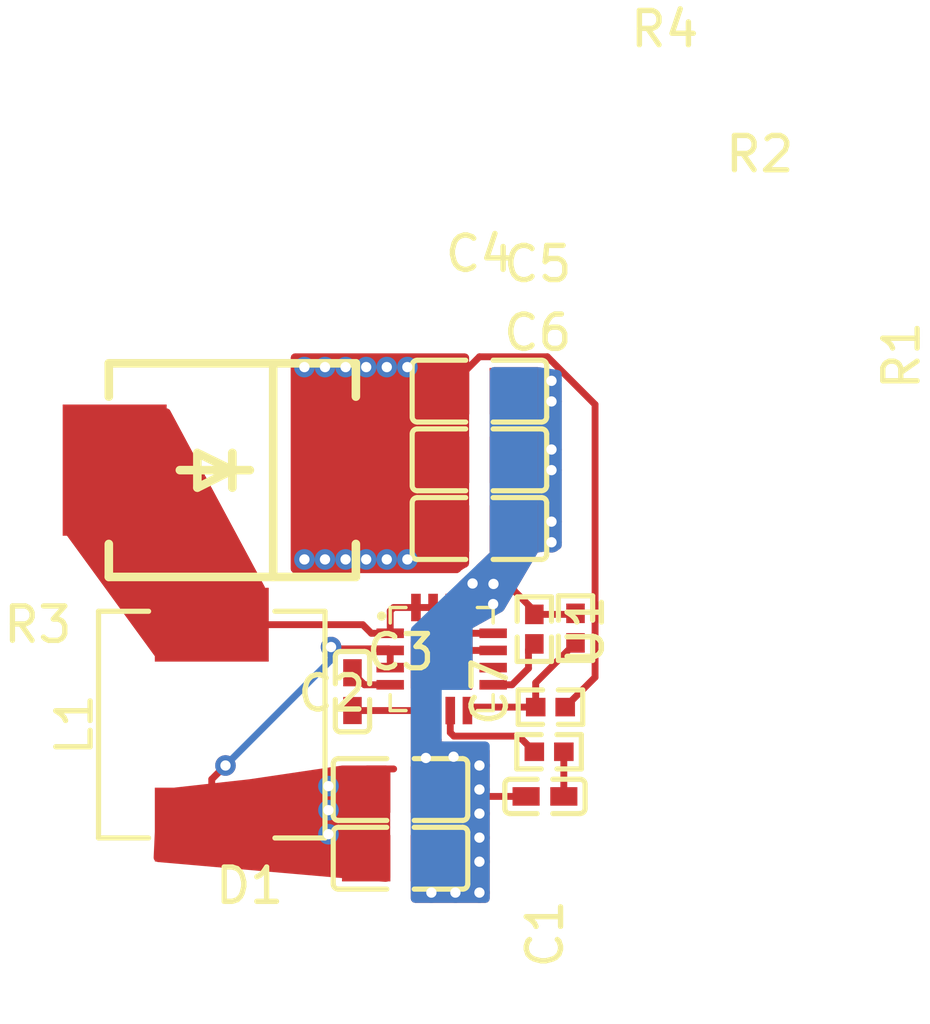
<source format=kicad_pcb>
(kicad_pcb (version 20240108) (generator "pcbnew") (generator_version "8.0")
  (layers (0 "F.Cu" signal) (31 "B.Cu" signal) (34 "B.Paste" user) (35 "F.Paste" user) (36 "B.SilkS" user "B.Silkscreen") (37 "F.SilkS" user "F.Silkscreen") (38 "B.Mask" user) (39 "F.Mask" user) (44 "Edge.Cuts" user))
  (net 0 "")
  (net 1 "ic.footprint.pins[1].net-net")
  (net 2 "FB")
  (net 3 "ic.footprint.pins[5].net-net")
  (net 4 "hv-1")
  (net 5 "hv")
  (net 6 "net")
  (net 7 "SS")
  (net 8 "FREQ")
  (net 9 "COMP")
  (net 10 "switching_node")
  (net 11 "gnd")
  (footprint "atopile:R0402-56259e" (layer "F.Cu") (at 106.27 55.2 180)
    (property "Reference" "R2" (at -6.1 16.1 360) (layer "F.SilkS"))
    (property "Value" "180kΩ ±1% 62.5mW")
    (fp_line (start 0.94 0.5) (end 0.94 -0.5) (stroke (width 0.15)) (layer "F.SilkS"))
    (fp_line (start 0.94 -0.5) (end 0.23 -0.5) (stroke (width 0.15)) (layer "F.SilkS"))
    (fp_line (start 0.23 0.5) (end 0.94 0.5) (stroke (width 0.15)) (layer "F.SilkS"))
    (fp_line (start -0.23 0.5) (end -0.94 0.5) (stroke (width 0.15)) (layer "F.SilkS"))
    (fp_line (start -0.94 0.5) (end -0.94 -0.5) (stroke (width 0.15)) (layer "F.SilkS"))
    (fp_line (start -0.94 -0.5) (end -0.23 -0.5) (stroke (width 0.15)) (layer "F.SilkS"))
    (fp_text user "${REFERENCE}" (at -6.1 16.1 360) (layer "F.SilkS"))
    (pad "1" smd rect (at -0.43 0 180) (size 0.57 0.54) (layers "F.Cu" "F.Paste" "F.Mask") (net 5 "hv"))
    (pad "2" smd rect (at 0.43 0 180) (size 0.57 0.54) (layers "F.Cu" "F.Paste" "F.Mask") (net 2 "FB"))
  )
  (footprint "atopile:R0402-56259e" (layer "F.Cu") (at 107 52.9 90)
    (property "Reference" "R1" (at 7.94 9.5 90) (layer "F.SilkS"))
    (property "Value" "10kΩ ±1% 62.5mW")
    (fp_line (start 0.94 -0.5) (end 0.23 -0.5) (stroke (width 0.15)) (layer "F.SilkS"))
    (fp_line (start -0.94 -0.5) (end -0.23 -0.5) (stroke (width 0.15)) (layer "F.SilkS"))
    (fp_line (start 0.94 0.5) (end 0.94 -0.5) (stroke (width 0.15)) (layer "F.SilkS"))
    (fp_line (start 0.23 0.5) (end 0.94 0.5) (stroke (width 0.15)) (layer "F.SilkS"))
    (fp_line (start -0.23 0.5) (end -0.94 0.5) (stroke (width 0.15)) (layer "F.SilkS"))
    (fp_line (start -0.94 0.5) (end -0.94 -0.5) (stroke (width 0.15)) (layer "F.SilkS"))
    (fp_text user "${REFERENCE}" (at 7.94 9.5 90) (layer "F.SilkS"))
    (pad "1" smd rect (at -0.43 0 90) (size 0.57 0.54) (layers "F.Cu" "F.Paste" "F.Mask") (net 2 "FB"))
    (pad "2" smd rect (at 0.43 0 90) (size 0.57 0.54) (layers "F.Cu" "F.Paste" "F.Mask") (net 11 "gnd"))
  )
  (footprint "atopile:C0805-3b2e55" (layer "F.Cu") (at 101.9 59.6)
    (property "Reference" "C2" (at -2 -4.8 0) (layer "F.SilkS"))
    (property "Value" "10µF ±10% 25V X5R")
    (fp_line (start -1.96 0.75) (end -1.96 -0.75) (stroke (width 0.15)) (layer "F.SilkS"))
    (fp_line (start -1.81 -0.9) (end -0.4 -0.9) (stroke (width 0.15)) (layer "F.SilkS"))
    (fp_line (start -0.4 0.9) (end -1.81 0.9) (stroke (width 0.15)) (layer "F.SilkS"))
    (fp_line (start 0.4 0.9) (end 1.81 0.9) (stroke (width 0.15)) (layer "F.SilkS"))
    (fp_line (start 1.81 -0.9) (end 0.4 -0.9) (stroke (width 0.15)) (layer "F.SilkS"))
    (fp_line (start 1.96 0.75) (end 1.96 -0.75) (stroke (width 0.15)) (layer "F.SilkS"))
    (fp_arc (start -1.96 -0.75) (mid -1.916066 -0.856066) (end -1.81 -0.9) (stroke (width 0.15)) (layer "F.SilkS"))
    (fp_arc (start -1.81 0.9) (mid -1.916066 0.856066) (end -1.96 0.75) (stroke (width 0.15)) (layer "F.SilkS"))
    (fp_arc (start 1.81 -0.9) (mid 1.916066 -0.856066) (end 1.96 -0.75) (stroke (width 0.15)) (layer "F.SilkS"))
    (fp_arc (start 1.96 0.75) (mid 1.916066 0.856066) (end 1.81 0.9) (stroke (width 0.15)) (layer "F.SilkS"))
    (fp_text user "${REFERENCE}" (at -2 -4.8 0) (layer "F.SilkS"))
    (pad "1" smd rect (at -1 0) (size 1.41 1.35) (layers "F.Cu" "F.Paste" "F.Mask") (net 4 "hv-1"))
    (pad "2" smd rect (at 1 0) (size 1.41 1.35) (layers "F.Cu" "F.Paste" "F.Mask") (net 11 "gnd"))
  )
  (footprint "atopile:C0805-3b2e55" (layer "F.Cu") (at 101.9 57.6)
    (property "Reference" "C3" (at 0 -4 0) (layer "F.SilkS"))
    (property "Value" "10µF ±10% 25V X5R")
    (fp_line (start -1.96 0.75) (end -1.96 -0.75) (stroke (width 0.15)) (layer "F.SilkS"))
    (fp_line (start -1.81 -0.9) (end -0.4 -0.9) (stroke (width 0.15)) (layer "F.SilkS"))
    (fp_line (start -0.4 0.9) (end -1.81 0.9) (stroke (width 0.15)) (layer "F.SilkS"))
    (fp_line (start 0.4 0.9) (end 1.81 0.9) (stroke (width 0.15)) (layer "F.SilkS"))
    (fp_line (start 1.81 -0.9) (end 0.4 -0.9) (stroke (width 0.15)) (layer "F.SilkS"))
    (fp_line (start 1.96 0.75) (end 1.96 -0.75) (stroke (width 0.15)) (layer "F.SilkS"))
    (fp_arc (start -1.96 -0.75) (mid -1.916066 -0.856066) (end -1.81 -0.9) (stroke (width 0.15)) (layer "F.SilkS"))
    (fp_arc (start -1.81 0.9) (mid -1.916066 0.856066) (end -1.96 0.75) (stroke (width 0.15)) (layer "F.SilkS"))
    (fp_arc (start 1.81 -0.9) (mid 1.916066 -0.856066) (end 1.96 -0.75) (stroke (width 0.15)) (layer "F.SilkS"))
    (fp_arc (start 1.96 0.75) (mid 1.916066 0.856066) (end 1.81 0.9) (stroke (width 0.15)) (layer "F.SilkS"))
    (fp_text user "${REFERENCE}" (at 0 -4 0) (layer "F.SilkS"))
    (pad "1" smd rect (at -1 0) (size 1.41 1.35) (layers "F.Cu" "F.Paste" "F.Mask") (net 4 "hv-1"))
    (pad "2" smd rect (at 1 0) (size 1.41 1.35) (layers "F.Cu" "F.Paste" "F.Mask") (net 11 "gnd"))
  )
  (footprint "atopile:C0805-3b2e55" (layer "F.Cu") (at 104.2 50)
    (property "Reference" "C6" (at 1.7 -5.7 0) (layer "F.SilkS"))
    (property "Value" "10µF ±10% 25V X5R")
    (fp_line (start -1.96 0.75) (end -1.96 -0.75) (stroke (width 0.15)) (layer "F.SilkS"))
    (fp_line (start -1.81 -0.9) (end -0.4 -0.9) (stroke (width 0.15)) (layer "F.SilkS"))
    (fp_line (start -0.4 0.9) (end -1.81 0.9) (stroke (width 0.15)) (layer "F.SilkS"))
    (fp_line (start 0.4 0.9) (end 1.81 0.9) (stroke (width 0.15)) (layer "F.SilkS"))
    (fp_line (start 1.81 -0.9) (end 0.4 -0.9) (stroke (width 0.15)) (layer "F.SilkS"))
    (fp_line (start 1.96 0.75) (end 1.96 -0.75) (stroke (width 0.15)) (layer "F.SilkS"))
    (fp_arc (start -1.96 -0.75) (mid -1.916066 -0.856066) (end -1.81 -0.9) (stroke (width 0.15)) (layer "F.SilkS"))
    (fp_arc (start -1.81 0.9) (mid -1.916066 0.856066) (end -1.96 0.75) (stroke (width 0.15)) (layer "F.SilkS"))
    (fp_arc (start 1.81 -0.9) (mid 1.916066 -0.856066) (end 1.96 -0.75) (stroke (width 0.15)) (layer "F.SilkS"))
    (fp_arc (start 1.96 0.75) (mid 1.916066 0.856066) (end 1.81 0.9) (stroke (width 0.15)) (layer "F.SilkS"))
    (fp_text user "${REFERENCE}" (at 1.7 -5.7 0) (layer "F.SilkS"))
    (pad "1" smd rect (at -1 0) (size 1.41 1.35) (layers "F.Cu" "F.Paste" "F.Mask") (net 5 "hv"))
    (pad "2" smd rect (at 1 0) (size 1.41 1.35) (layers "F.Cu" "F.Paste" "F.Mask") (net 11 "gnd"))
  )
  (footprint "atopile:C0402-b3ef17" (layer "F.Cu") (at 106.11 57.8 180)
    (property "Reference" "C1" (at 0 -4 90) (layer "F.SilkS"))
    (property "Value" "6.8nF ±10% 50V X7R")
    (fp_line (start 1.17 0.35) (end 1.17 -0.35) (stroke (width 0.15)) (layer "F.SilkS"))
    (fp_line (start 1.02 -0.5) (end 0.23 -0.5) (stroke (width 0.15)) (layer "F.SilkS"))
    (fp_line (start 0.23 0.5) (end 1.02 0.5) (stroke (width 0.15)) (layer "F.SilkS"))
    (fp_line (start -0.23 0.5) (end -1.02 0.5) (stroke (width 0.15)) (layer "F.SilkS"))
    (fp_line (start -1.02 -0.5) (end -0.23 -0.5) (stroke (width 0.15)) (layer "F.SilkS"))
    (fp_line (start -1.17 0.35) (end -1.17 -0.35) (stroke (width 0.15)) (layer "F.SilkS"))
    (fp_arc (start 1.17 0.35) (mid 1.126066 0.456066) (end 1.02 0.5) (stroke (width 0.15)) (layer "F.SilkS"))
    (fp_arc (start 1.02 -0.5) (mid 1.126066 -0.456066) (end 1.17 -0.35) (stroke (width 0.15)) (layer "F.SilkS"))
    (fp_arc (start -1.02 0.5) (mid -1.126066 0.456066) (end -1.17 0.35) (stroke (width 0.15)) (layer "F.SilkS"))
    (fp_arc (start -1.17 -0.35) (mid -1.126066 -0.456066) (end -1.02 -0.5) (stroke (width 0.15)) (layer "F.SilkS"))
    (fp_text user "${REFERENCE}" (at 0 -4 90) (layer "F.SilkS"))
    (pad "1" smd rect (at -0.55 0 180) (size 0.79 0.54) (layers "F.Cu" "F.Paste" "F.Mask") (net 6 "net"))
    (pad "2" smd rect (at 0.55 0 180) (size 0.79 0.54) (layers "F.Cu" "F.Paste" "F.Mask") (net 11 "gnd"))
  )
  (footprint "atopile:C0805-3b2e55" (layer "F.Cu") (at 104.2 46)
    (property "Reference" "C4" (at 0 -4 0) (layer "F.SilkS"))
    (property "Value" "10µF ±10% 25V X5R")
    (fp_line (start -1.96 0.75) (end -1.96 -0.75) (stroke (width 0.15)) (layer "F.SilkS"))
    (fp_line (start -1.81 -0.9) (end -0.4 -0.9) (stroke (width 0.15)) (layer "F.SilkS"))
    (fp_line (start -0.4 0.9) (end -1.81 0.9) (stroke (width 0.15)) (layer "F.SilkS"))
    (fp_line (start 0.4 0.9) (end 1.81 0.9) (stroke (width 0.15)) (layer "F.SilkS"))
    (fp_line (start 1.81 -0.9) (end 0.4 -0.9) (stroke (width 0.15)) (layer "F.SilkS"))
    (fp_line (start 1.96 0.75) (end 1.96 -0.75) (stroke (width 0.15)) (layer "F.SilkS"))
    (fp_arc (start -1.96 -0.75) (mid -1.916066 -0.856066) (end -1.81 -0.9) (stroke (width 0.15)) (layer "F.SilkS"))
    (fp_arc (start -1.81 0.9) (mid -1.916066 0.856066) (end -1.96 0.75) (stroke (width 0.15)) (layer "F.SilkS"))
    (fp_arc (start 1.81 -0.9) (mid 1.916066 -0.856066) (end 1.96 -0.75) (stroke (width 0.15)) (layer "F.SilkS"))
    (fp_arc (start 1.96 0.75) (mid 1.916066 0.856066) (end 1.81 0.9) (stroke (width 0.15)) (layer "F.SilkS"))
    (fp_text user "${REFERENCE}" (at 0 -4 0) (layer "F.SilkS"))
    (pad "1" smd rect (at -1 0) (size 1.41 1.35) (layers "F.Cu" "F.Paste" "F.Mask") (net 5 "hv"))
    (pad "2" smd rect (at 1 0) (size 1.41 1.35) (layers "F.Cu" "F.Paste" "F.Mask") (net 11 "gnd"))
  )
  (footprint "atopile:C0402-b3ef17" (layer "F.Cu") (at 100.5 54.75 -90)
    (property "Reference" "C7" (at 0 -4 90) (layer "F.SilkS"))
    (property "Value" "4.7µF ±20% 6.3V X5R")
    (fp_line (start -0.23 0.5) (end -1.02 0.5) (stroke (width 0.15)) (layer "F.SilkS"))
    (fp_line (start 0.23 0.5) (end 1.02 0.5) (stroke (width 0.15)) (layer "F.SilkS"))
    (fp_line (start -1.17 0.35) (end -1.17 -0.35) (stroke (width 0.15)) (layer "F.SilkS"))
    (fp_line (start 1.17 0.35) (end 1.17 -0.35) (stroke (width 0.15)) (layer "F.SilkS"))
    (fp_line (start -1.02 -0.5) (end -0.23 -0.5) (stroke (width 0.15)) (layer "F.SilkS"))
    (fp_line (start 1.02 -0.5) (end 0.23 -0.5) (stroke (width 0.15)) (layer "F.SilkS"))
    (fp_arc (start -1.02 0.5) (mid -1.126066 0.456066) (end -1.17 0.35) (stroke (width 0.15)) (layer "F.SilkS"))
    (fp_arc (start 1.17 0.35) (mid 1.126066 0.456066) (end 1.02 0.5) (stroke (width 0.15)) (layer "F.SilkS"))
    (fp_arc (start -1.17 -0.35) (mid -1.126066 -0.456066) (end -1.02 -0.5) (stroke (width 0.15)) (layer "F.SilkS"))
    (fp_arc (start 1.02 -0.5) (mid 1.126066 -0.456066) (end 1.17 -0.35) (stroke (width 0.15)) (layer "F.SilkS"))
    (fp_text user "${REFERENCE}" (at 0 -4 90) (layer "F.SilkS"))
    (pad "1" smd rect (at -0.55 0 270) (size 0.79 0.54) (layers "F.Cu" "F.Paste" "F.Mask") (net 7 "SS"))
    (pad "2" smd rect (at 0.55 0 270) (size 0.79 0.54) (layers "F.Cu" "F.Paste" "F.Mask") (net 11 "gnd"))
  )
  (footprint "atopile:R0402-56259e" (layer "F.Cu") (at 105.8 52.93 90)
    (property "Reference" "R4" (at 17.47 3.8 0) (layer "F.SilkS"))
    (property "Value" "75kΩ ±1% 62.5mW")
    (fp_line (start 0.94 -0.5) (end 0.23 -0.5) (stroke (width 0.15)) (layer "F.SilkS"))
    (fp_line (start -0.94 -0.5) (end -0.23 -0.5) (stroke (width 0.15)) (layer "F.SilkS"))
    (fp_line (start 0.94 0.5) (end 0.94 -0.5) (stroke (width 0.15)) (layer "F.SilkS"))
    (fp_line (start 0.23 0.5) (end 0.94 0.5) (stroke (width 0.15)) (layer "F.SilkS"))
    (fp_line (start -0.23 0.5) (end -0.94 0.5) (stroke (width 0.15)) (layer "F.SilkS"))
    (fp_line (start -0.94 0.5) (end -0.94 -0.5) (stroke (width 0.15)) (layer "F.SilkS"))
    (fp_text user "${REFERENCE}" (at 17.47 3.8 0) (layer "F.SilkS"))
    (pad "1" smd rect (at -0.43 0 90) (size 0.57 0.54) (layers "F.Cu" "F.Paste" "F.Mask") (net 8 "FREQ"))
    (pad "2" smd rect (at 0.43 0 90) (size 0.57 0.54) (layers "F.Cu" "F.Paste" "F.Mask") (net 11 "gnd"))
  )
  (footprint "atopile:VQFN-16_L3.0-W3.0-P0.50-BL-EP1.7-62c35a" (layer "F.Cu") (at 103.1 53.8 -90)
    (property "Reference" "U1" (at -0.84 -4.2 90) (layer "F.SilkS"))
    (property "Value" "")
    (fp_line (start -1.5 1.5) (end -1.05 1.5) (stroke (width 0.1)) (layer "F.SilkS"))
    (fp_line (start 1.04 1.5) (end 1.5 1.5) (stroke (width 0.1)) (layer "F.SilkS"))
    (fp_line (start 1.5 1.5) (end 1.5 1.04) (stroke (width 0.1)) (layer "F.SilkS"))
    (fp_line (start -1.5 1.04) (end -1.5 1.5) (stroke (width 0.1)) (layer "F.SilkS"))
    (fp_line (start 1.5 -1.04) (end 1.5 -1.5) (stroke (width 0.1)) (layer "F.SilkS"))
    (fp_line (start -1.5 -1.5) (end -1.5 -1.04) (stroke (width 0.1)) (layer "F.SilkS"))
    (fp_line (start -1.5 -1.5) (end -1.05 -1.5) (stroke (width 0.1)) (layer "F.SilkS"))
    (fp_line (start 1.04 -1.5) (end 1.5 -1.5) (stroke (width 0.1)) (layer "F.SilkS"))
    (fp_arc (start -1.25 1.74) (mid -1.245 1.75866) (end -1.25866 1.745) (stroke (width 0.25)) (layer "F.SilkS"))
    (fp_text user "${REFERENCE}" (at -0.84 -4.2 90) (layer "F.SilkS"))
    (pad "1" smd rect (at -0.75 1.5 270) (size 0.28 0.8) (layers "F.Cu" "F.Paste" "F.Mask") (net 10 "switching_node"))
    (pad "2" smd rect (at -0.25 1.5 270) (size 0.28 0.8) (layers "F.Cu" "F.Paste" "F.Mask") (net 4 "hv-1"))
    (pad "3" smd rect (at 0.25 1.5 270) (size 0.28 0.8) (layers "F.Cu" "F.Paste" "F.Mask") (net 4 "hv-1"))
    (pad "4" smd rect (at 0.75 1.5 270) (size 0.28 0.8) (layers "F.Cu" "F.Paste" "F.Mask") (net 7 "SS"))
    (pad "5" smd rect (at 1.5 0.75 270) (size 0.8 0.28) (layers "F.Cu" "F.Paste" "F.Mask") (net 11 "gnd"))
    (pad "6" smd rect (at 1.5 0.25 270) (size 0.8 0.28) (layers "F.Cu" "F.Paste" "F.Mask") (net 11 "gnd"))
    (pad "7" smd rect (at 1.5 -0.25 270) (size 0.8 0.28) (layers "F.Cu" "F.Paste" "F.Mask") (net 9 "COMP"))
    (pad "8" smd rect (at 1.5 -0.75 270) (size 0.8 0.28) (layers "F.Cu" "F.Paste" "F.Mask") (net 2 "FB"))
    (pad "9" smd rect (at 0.75 -1.5 270) (size 0.28 0.8) (layers "F.Cu" "F.Paste" "F.Mask") (net 8 "FREQ"))
    (pad "10" smd rect (at 0.25 -1.5 270) (size 0.28 0.8) (layers "F.Cu" "F.Paste" "F.Mask") (net 1 "ic.footprint.pins[1].net-net"))
    (pad "11" smd rect (at -0.25 -1.5 270) (size 0.28 0.8) (layers "F.Cu" "F.Paste" "F.Mask") (net 11 "gnd"))
    (pad "12" smd rect (at -0.75 -1.5 270) (size 0.28 0.8) (layers "F.Cu" "F.Paste" "F.Mask") (net 11 "gnd"))
    (pad "13" smd rect (at -1.5 -0.75 270) (size 0.8 0.28) (layers "F.Cu" "F.Paste" "F.Mask") (net 11 "gnd"))
    (pad "14" smd rect (at -1.5 -0.25 270) (size 0.8 0.28) (layers "F.Cu" "F.Paste" "F.Mask") (net 3 "ic.footprint.pins[5].net-net"))
    (pad "15" smd rect (at -1.5 0.25 270) (size 0.8 0.28) (layers "F.Cu" "F.Paste" "F.Mask") (net 10 "switching_node"))
    (pad "16" smd rect (at -1.5 0.75 270) (size 0.8 0.28) (layers "F.Cu" "F.Paste" "F.Mask") (net 10 "switching_node"))
    (pad "17" smd custom (at 0 0 270) (size 0.01 0.01) (layers "F.Cu" "F.Paste" "F.Mask") (net 11 "gnd") (options (clearance outline) (anchor circle)) (primitives (gr_poly (pts (xy -0.85 0.5) (xy -0.85 -0.85) (xy 0.85 -0.85) (xy 0.85 0.85) (xy -0.5 0.85)) (width 0.1) (fill yes))))
  )
  (footprint "atopile:C0805-3b2e55" (layer "F.Cu") (at 104.2 48)
    (property "Reference" "C5" (at 1.7 -5.7 0) (layer "F.SilkS"))
    (property "Value" "10µF ±10% 25V X5R")
    (fp_line (start -1.96 0.75) (end -1.96 -0.75) (stroke (width 0.15)) (layer "F.SilkS"))
    (fp_line (start -1.81 -0.9) (end -0.4 -0.9) (stroke (width 0.15)) (layer "F.SilkS"))
    (fp_line (start -0.4 0.9) (end -1.81 0.9) (stroke (width 0.15)) (layer "F.SilkS"))
    (fp_line (start 0.4 0.9) (end 1.81 0.9) (stroke (width 0.15)) (layer "F.SilkS"))
    (fp_line (start 1.81 -0.9) (end 0.4 -0.9) (stroke (width 0.15)) (layer "F.SilkS"))
    (fp_line (start 1.96 0.75) (end 1.96 -0.75) (stroke (width 0.15)) (layer "F.SilkS"))
    (fp_arc (start -1.96 -0.75) (mid -1.916066 -0.856066) (end -1.81 -0.9) (stroke (width 0.15)) (layer "F.SilkS"))
    (fp_arc (start -1.81 0.9) (mid -1.916066 0.856066) (end -1.96 0.75) (stroke (width 0.15)) (layer "F.SilkS"))
    (fp_arc (start 1.81 -0.9) (mid 1.916066 -0.856066) (end 1.96 -0.75) (stroke (width 0.15)) (layer "F.SilkS"))
    (fp_arc (start 1.96 0.75) (mid 1.916066 0.856066) (end 1.81 0.9) (stroke (width 0.15)) (layer "F.SilkS"))
    (fp_text user "${REFERENCE}" (at 1.7 -5.7 0) (layer "F.SilkS"))
    (pad "1" smd rect (at -1 0) (size 1.41 1.35) (layers "F.Cu" "F.Paste" "F.Mask") (net 5 "hv"))
    (pad "2" smd rect (at 1 0) (size 1.41 1.35) (layers "F.Cu" "F.Paste" "F.Mask") (net 11 "gnd"))
  )
  (footprint "atopile:IND-SMD_L7.1-W6.6-48b69f" (layer "F.Cu") (at 96.4 55.71 90)
    (property "Reference" "L1" (at 0 -4 90) (layer "F.SilkS"))
    (property "Value" "")
    (fp_line (start 3.3 -3.3) (end -3.3 -3.3) (stroke (width 0.15)) (layer "F.SilkS"))
    (fp_line (start -3.3 -3.3) (end -3.3 -1.84) (stroke (width 0.15)) (layer "F.SilkS"))
    (fp_line (start 3.3 -1.84) (end 3.3 -3.3) (stroke (width 0.15)) (layer "F.SilkS"))
    (fp_line (start -3.3 1.84) (end -3.3 3.3) (stroke (width 0.15)) (layer "F.SilkS"))
    (fp_line (start 3.3 3.3) (end 3.3 1.84) (stroke (width 0.15)) (layer "F.SilkS"))
    (fp_line (start -3.3 3.3) (end 3.3 3.3) (stroke (width 0.15)) (layer "F.SilkS"))
    (fp_text user "${REFERENCE}" (at 0 -4 90) (layer "F.SilkS"))
    (pad "1" smd rect (at -2.91 0 90) (size 2.15 3.32) (layers "F.Cu" "F.Paste" "F.Mask") (net 4 "hv-1"))
    (pad "2" smd rect (at 2.91 0 90) (size 2.15 3.32) (layers "F.Cu" "F.Paste" "F.Mask") (net 10 "switching_node"))
  )
  (footprint "atopile:R0402-56259e" (layer "F.Cu") (at 106.23 56.5)
    (property "Reference" "R3" (at -14.9 -3.7 0) (layer "F.SilkS"))
    (property "Value" "2.7kΩ ±1% 62.5mW")
    (fp_line (start -0.94 -0.5) (end -0.23 -0.5) (stroke (width 0.15)) (layer "F.SilkS"))
    (fp_line (start -0.94 0.5) (end -0.94 -0.5) (stroke (width 0.15)) (layer "F.SilkS"))
    (fp_line (start -0.23 0.5) (end -0.94 0.5) (stroke (width 0.15)) (layer "F.SilkS"))
    (fp_line (start 0.23 0.5) (end 0.94 0.5) (stroke (width 0.15)) (layer "F.SilkS"))
    (fp_line (start 0.94 -0.5) (end 0.23 -0.5) (stroke (width 0.15)) (layer "F.SilkS"))
    (fp_line (start 0.94 0.5) (end 0.94 -0.5) (stroke (width 0.15)) (layer "F.SilkS"))
    (fp_text user "${REFERENCE}" (at -14.9 -3.7 0) (layer "F.SilkS"))
    (pad "1" smd rect (at -0.43 0) (size 0.57 0.54) (layers "F.Cu" "F.Paste" "F.Mask") (net 9 "COMP"))
    (pad "2" smd rect (at 0.43 0) (size 0.57 0.54) (layers "F.Cu" "F.Paste" "F.Mask") (net 6 "net"))
  )
  (footprint "atopile:SMC_L7.1-W6.2-LS8.1-RD-d9649d" (layer "F.Cu") (at 97 48.3 180)
    (property "Reference" "D1" (at -0.5 -12.1 360) (layer "F.SilkS"))
    (property "Value" "")
    (fp_line (start 3.6 2.14) (end 3.6 3.11) (stroke (width 0.25)) (layer "F.SilkS"))
    (fp_line (start 3.6 -3.11) (end 3.6 -2.15) (stroke (width 0.25)) (layer "F.SilkS"))
    (fp_line (start 1.53 0) (end -0.51 0) (stroke (width 0.25)) (layer "F.SilkS"))
    (fp_line (start 1.02 0.5) (end 1.02 -0.51) (stroke (width 0.25)) (layer "F.SilkS"))
    (fp_line (start 1.02 -0.51) (end 0 0) (stroke (width 0.25)) (layer "F.SilkS"))
    (fp_line (start 0 0.5) (end 0 -0.51) (stroke (width 0.25)) (layer "F.SilkS"))
    (fp_line (start 0 0) (end 1.02 0.5) (stroke (width 0.25)) (layer "F.SilkS"))
    (fp_line (start 0 0) (end 0 0.5) (stroke (width 0.25)) (layer "F.SilkS"))
    (fp_line (start -1.19 -3.11) (end -1.19 3.11) (stroke (width 0.25)) (layer "F.SilkS"))
    (fp_line (start -3.6 3.11) (end 3.6 3.11) (stroke (width 0.25)) (layer "F.SilkS"))
    (fp_line (start -3.6 2.14) (end -3.6 3.11) (stroke (width 0.25)) (layer "F.SilkS"))
    (fp_line (start -3.6 -3.11) (end 3.6 -3.11) (stroke (width 0.25)) (layer "F.SilkS"))
    (fp_line (start -3.6 -3.11) (end -3.6 -2.15) (stroke (width 0.25)) (layer "F.SilkS"))
    (fp_text user "${REFERENCE}" (at -0.5 -12.1 360) (layer "F.SilkS"))
    (pad "1" smd rect (at -3.43 0) (size 3.03 3.82) (layers "F.Cu" "F.Paste" "F.Mask") (net 5 "hv"))
    (pad "2" smd rect (at 3.43 0) (size 3.03 3.82) (layers "F.Cu" "F.Paste" "F.Mask") (net 10 "switching_node"))
  )
  (segment (start 107 53.33) (end 106.83 53.33) (width 0.2) (layer "F.Cu") (net 2))
  (segment (start 105.84 55.2) (end 103.95 55.2) (width 0.2) (layer "F.Cu") (net 2))
  (segment (start 107 53.33) (end 105.84 54.49) (width 0.2) (layer "F.Cu") (net 2))
  (segment (start 103.95 55.2) (end 103.85 55.3) (width 0.2) (layer "F.Cu") (net 2))
  (segment (start 105.84 54.49) (end 105.84 55.2) (width 0.2) (layer "F.Cu") (net 2))
  (segment (start 101.6 54.05) (end 101.6 53.55) (width 0.2) (layer "F.Cu") (net 4))
  (segment (start 100.9 57.6) (end 100.9 59.6) (width 0.2) (layer "F.Cu") (net 4))
  (segment (start 96.4 58.62) (end 96.4 57.3) (width 0.2) (layer "F.Cu") (net 4))
  (segment (start 95.6 59.22) (end 100.52 59.22) (width 0.2) (layer "F.Cu") (net 4))
  (segment (start 100.935 57) (end 101.7 57) (width 0.2) (layer "F.Cu") (net 4))
  (segment (start 101.6 53.55) (end 101.555 53.505) (width 0.2) (layer "F.Cu") (net 4))
  (segment (start 96.4 57.3) (end 96.8 56.9) (width 0.2) (layer "F.Cu") (net 4))
  (segment (start 101.555 53.505) (end 99.93 53.505) (width 0.2) (layer "F.Cu") (net 4))
  (segment (start 100.52 59.22) (end 100.9 59.6) (width 0.2) (layer "F.Cu") (net 4))
  (via (at 96.8 56.9) (size 0.6) (drill 0.3) (layers "F.Cu" "B.Cu") (net 4))
  (via (at 99.8 58.900003) (size 0.6) (drill 0.3) (layers "F.Cu" "B.Cu") (net 4))
  (via (at 99.8 57.5) (size 0.6) (drill 0.3) (layers "F.Cu" "B.Cu") (net 4))
  (via (at 99.876446 53.451446) (size 0.6) (drill 0.3) (layers "F.Cu" "B.Cu") (net 4))
  (via (at 99.8 58.2) (size 0.6) (drill 0.3) (layers "F.Cu" "B.Cu") (net 4))
  (segment (start 96.8 56.9) (end 99.876446 53.823554) (width 0.2) (layer "B.Cu") (net 4))
  (segment (start 99.876446 53.823554) (end 99.876446 53.451446) (width 0.2) (layer "B.Cu") (net 4))
  (segment (start 107.57 46.39) (end 106.18 45) (width 0.2) (layer "F.Cu") (net 5))
  (segment (start 106.18 45) (end 104.2 45) (width 0.2) (layer "F.Cu") (net 5))
  (segment (start 107.57 54.33) (end 107.57 46.39) (width 0.2) (layer "F.Cu") (net 5))
  (segment (start 104.2 45) (end 103.2 46) (width 0.2) (layer "F.Cu") (net 5))
  (segment (start 106.7 55.2) (end 107.57 54.33) (width 0.2) (layer "F.Cu") (net 5))
  (via (at 101.5 45.3) (size 0.6) (drill 0.3) (layers "F.Cu" "B.Cu") (net 5))
  (via (at 102.1 50.9) (size 0.6) (drill 0.3) (layers "F.Cu" "B.Cu") (net 5))
  (via (at 99.1 50.9) (size 0.6) (drill 0.3) (layers "F.Cu" "B.Cu") (net 5))
  (via (at 99.1 45.3) (size 0.6) (drill 0.3) (layers "F.Cu" "B.Cu") (net 5))
  (via (at 100.3 50.9) (size 0.6) (drill 0.3) (layers "F.Cu" "B.Cu") (net 5))
  (via (at 101.5 50.9) (size 0.6) (drill 0.3) (layers "F.Cu" "B.Cu") (net 5))
  (via (at 100.9 45.3) (size 0.6) (drill 0.3) (layers "F.Cu" "B.Cu") (net 5))
  (via (at 99.7 45.3) (size 0.6) (drill 0.3) (layers "F.Cu" "B.Cu") (net 5))
  (via (at 100.9 50.9) (size 0.6) (drill 0.3) (layers "F.Cu" "B.Cu") (net 5))
  (via (at 100.3 45.3) (size 0.6) (drill 0.3) (layers "F.Cu" "B.Cu") (net 5))
  (via (at 102.1 45.3) (size 0.6) (drill 0.3) (layers "F.Cu" "B.Cu") (net 5))
  (via (at 99.7 50.9) (size 0.6) (drill 0.3) (layers "F.Cu" "B.Cu") (net 5))
  (segment (start 106.66 57.8) (end 106.66 56.5) (width 0.2) (layer "F.Cu") (net 6))
  (segment (start 101.6 54.55) (end 100.85 54.55) (width 0.2) (layer "F.Cu") (net 7))
  (segment (start 100.85 54.55) (end 100.5 54.2) (width 0.2) (layer "F.Cu") (net 7))
  (segment (start 105.8 53.36) (end 105.63 53.53) (width 0.2) (layer "F.Cu") (net 8))
  (segment (start 105.63 54.07) (end 105.15 54.55) (width 0.2) (layer "F.Cu") (net 8))
  (segment (start 105.15 54.55) (end 104.6 54.55) (width 0.2) (layer "F.Cu") (net 8))
  (segment (start 105.63 53.53) (end 105.63 54.07) (width 0.2) (layer "F.Cu") (net 8))
  (segment (start 105.343897 56.043897) (end 103.453897 56.043897) (width 0.2) (layer "F.Cu") (net 9))
  (segment (start 103.35 55.94) (end 103.35 55.3) (width 0.2) (layer "F.Cu") (net 9))
  (segment (start 105.8 56.5) (end 105.343897 56.043897) (width 0.2) (layer "F.Cu") (net 9))
  (segment (start 103.453897 56.043897) (end 103.35 55.94) (width 0.2) (layer "F.Cu") (net 9))
  (segment (start 96.4 52.8) (end 100.8 52.8) (width 0.2) (layer "F.Cu") (net 10))
  (segment (start 101.6 52.4) (end 101.6 53.05) (width 0.2) (layer "F.Cu") (net 10))
  (segment (start 102.35 52.3) (end 101.7 52.3) (width 0.2) (layer "F.Cu") (net 10))
  (segment (start 94.7 47.8) (end 94.7 51.6) (width 0.2) (layer "F.Cu") (net 10))
  (segment (start 101.05 53.05) (end 101.6 53.05) (width 0.2) (layer "F.Cu") (net 10))
  (segment (start 102.35 52.3) (end 102.85 52.3) (width 0.2) (layer "F.Cu") (net 10))
  (segment (start 95.9 52.8) (end 96.4 52.8) (width 0.2) (layer "F.Cu") (net 10))
  (segment (start 100.8 52.8) (end 101.05 53.05) (width 0.2) (layer "F.Cu") (net 10))
  (segment (start 94.7 51.6) (end 95.9 52.8) (width 0.2) (layer "F.Cu") (net 10))
  (segment (start 101.7 52.3) (end 101.6 52.4) (width 0.2) (layer "F.Cu") (net 10))
  (segment (start 100.5 55.3) (end 102.35 55.3) (width 0.2) (layer "F.Cu") (net 11))
  (segment (start 102.85 54.05) (end 103.1 53.8) (width 0.2) (layer "F.Cu") (net 11))
  (segment (start 102.639606 57.339606) (end 102.9 57.6) (width 0.2) (layer "F.Cu") (net 11))
  (segment (start 102.85 55.3) (end 102.85 54.05) (width 0.2) (layer "F.Cu") (net 11))
  (segment (start 104.6 53.05) (end 103.85 53.05) (width 0.2) (layer "F.Cu") (net 11))
  (segment (start 102.85 55.3) (end 102.35 55.3) (width 0.2) (layer "F.Cu") (net 11))
  (segment (start 105.8 52.5) (end 105.8 52.4) (width 0.2) (layer "F.Cu") (net 11))
  (segment (start 103.35 53.55) (end 103.1 53.8) (width 0.2) (layer "F.Cu") (net 11))
  (segment (start 105.2 51.8) (end 105.2 50) (width 0.2) (layer "F.Cu") (net 11))
  (segment (start 102.9 57.6) (end 102.9 59.6) (width 0.2) (layer "F.Cu") (net 11))
  (segment (start 105.8 52.5) (end 106.97 52.5) (width 0.2) (layer "F.Cu") (net 11))
  (segment (start 103.1 53.8) (end 103.85 53.05) (width 0.2) (layer "F.Cu") (net 11))
  (segment (start 106.97 52.5) (end 107 52.47) (width 0.2) (layer "F.Cu") (net 11))
  (segment (start 103.85 53.05) (end 103.85 52.3) (width 0.2) (layer "F.Cu") (net 11))
  (segment (start 105.56 57.8) (end 103.1 57.8) (width 0.2) (layer "F.Cu") (net 11))
  (segment (start 103.1 57.8) (end 102.9 57.6) (width 0.2) (layer "F.Cu") (net 11))
  (segment (start 105.8 52.4) (end 105.2 51.8) (width 0.2) (layer "F.Cu") (net 11))
  (segment (start 104.6 53.55) (end 103.35 53.55) (width 0.2) (layer "F.Cu") (net 11))
  (via (at 102.799997 60.6) (size 0.6) (drill 0.3) (layers "F.Cu" "B.Cu") (net 11))
  (via (at 103.499997 60.6) (size 0.6) (drill 0.3) (layers "F.Cu" "B.Cu") (net 11))
  (via (at 104.2 59) (size 0.6) (drill 0.3) (layers "F.Cu" "B.Cu") (net 11))
  (via (at 104.2 56.9) (size 0.6) (drill 0.3) (layers "F.Cu" "B.Cu") (net 11))
  (via (at 104.2 57.6) (size 0.6) (drill 0.3) (layers "F.Cu" "B.Cu") (net 11))
  (via (at 106.3 46.3) (size 0.6) (drill 0.3) (layers "F.Cu" "B.Cu") (net 11))
  (via (at 106.3 49.8) (size 0.6) (drill 0.3) (layers "F.Cu" "B.Cu") (net 11))
  (via (at 104 51.6) (size 0.6) (drill 0.3) (layers "F.Cu" "B.Cu") (net 11))
  (via (at 103.446657 56.643897) (size 0.6) (drill 0.3) (layers "F.Cu" "B.Cu") (net 11))
  (via (at 106.3 45.7) (size 0.6) (drill 0.3) (layers "F.Cu" "B.Cu") (net 11))
  (via (at 104.2 60.6) (size 0.6) (drill 0.3) (layers "F.Cu" "B.Cu") (net 11))
  (via (at 104.6 52.2) (size 0.6) (drill 0.3) (layers "F.Cu" "B.Cu") (net 11))
  (via (at 104.2 58.300003) (size 0.6) (drill 0.3) (layers "F.Cu" "B.Cu") (net 11))
  (via (at 106.3 47.7) (size 0.6) (drill 0.3) (layers "F.Cu" "B.Cu") (net 11))
  (via (at 104.2 59.7) (size 0.6) (drill 0.3) (layers "F.Cu" "B.Cu") (net 11))
  (via (at 104.609566 51.614174) (size 0.6) (drill 0.3) (layers "F.Cu" "B.Cu") (net 11))
  (via (at 102.639606 56.680791) (size 0.6) (drill 0.3) (layers "F.Cu" "B.Cu") (net 11))
  (via (at 106.3 50.4) (size 0.6) (drill 0.3) (layers "F.Cu" "B.Cu") (net 11))
  (via (at 106.3 48.3) (size 0.6) (drill 0.3) (layers "F.Cu" "B.Cu") (net 11))
  (zone (net 10) (net_name "switching_node") (layer "F.Cu") (connect_pads yes (clearance 0)) (min_thickness 0.25) (fill yes (thermal_gap 0.5) (thermal_bridge_width 0.5) (island_removal_mode 1) (island_area_min 9.999999))
    (polygon (pts (xy 92.1 50.1) (xy 95.1 46.4) (xy 98 51.8) (xy 94.8 53.8)))
  )
  (zone (net 5) (net_name "hv") (layer "F.Cu") (priority 6) (connect_pads yes (clearance 0)) (min_thickness 0.25) (fill yes (thermal_gap 0.5) (thermal_bridge_width 0.5) (island_removal_mode 1) (island_area_min 9.999998))
    (polygon (pts (xy 98.7 44.9) (xy 103.9 44.9) (xy 103.9 51.3) (xy 98.7 51.3)))
  )
  (zone (net 4) (net_name "hv-1") (layer "F.Cu") (priority 4) (connect_pads yes (clearance 0)) (min_thickness 0.25) (fill yes (thermal_gap 0.5) (thermal_bridge_width 0.5) (island_removal_mode 1) (island_area_min 9.999998))
    (polygon (pts (xy 94.8 57.6) (xy 97.5 57.3) (xy 100.2 56.9) (xy 101.6 56.9) (xy 101.6 60.3) (xy 94.7 59.7)))
  )
  (zone (net 11) (net_name "gnd") (layers "F&B.Cu") (priority 2) (connect_pads yes (clearance 0)) (min_thickness 0.25) (fill yes (thermal_gap 0.5) (thermal_bridge_width 0.5) (island_removal_mode 1) (island_area_min 9.999998))
    (polygon (pts (xy 102.2 52.9) (xy 104 52.9) (xy 104 54.7) (xy 103.1 54.7) (xy 103.1 56.2) (xy 104.5 56.2) (xy 104.5 60.9) (xy 102.2 60.9)))
  )
  (zone (net 11) (net_name "gnd") (layers "F&B.Cu") (priority 7) (connect_pads yes (clearance 0)) (min_thickness 0.25) (fill yes (thermal_gap 0.5) (thermal_bridge_width 0.5) (island_removal_mode 1) (island_area_min 9.999998))
    (polygon (pts (xy 105.9 45.3) (xy 106.6 45.4) (xy 106.6 50.6) (xy 105.9 50.7)))
  )
  (zone (net 11) (net_name "gnd") (layers "F&B.Cu") (priority 5) (connect_pads yes (clearance 0)) (min_thickness 0.25) (fill yes (thermal_gap 0.5) (thermal_bridge_width 0.5) (island_removal_mode 1) (island_area_min 9.999998))
    (polygon (pts (xy 102.2 52.9) (xy 104 52.9) (xy 104.9 52.4) (xy 105.9 50.7) (xy 105.9 45.3) (xy 104.5 45.3) (xy 104.5 50.7)))
  )
)
</source>
